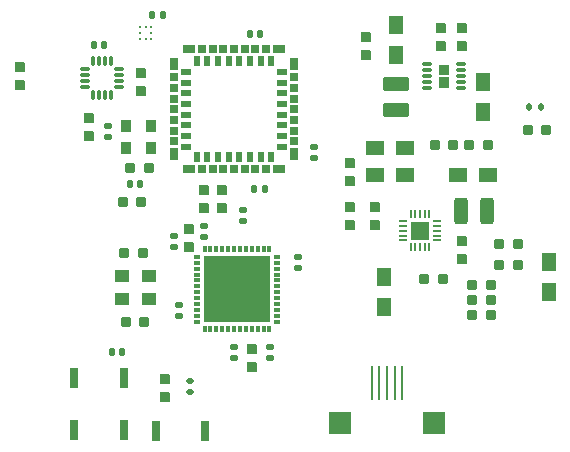
<source format=gtp>
G04 Layer_Color=8421504*
%FSLAX25Y25*%
%MOIN*%
G70*
G01*
G75*
%ADD10R,0.07480X0.07480*%
%ADD11R,0.00984X0.11811*%
G04:AMPARAMS|DCode=12|XSize=34.25mil|YSize=35.83mil|CornerRadius=8.73mil|HoleSize=0mil|Usage=FLASHONLY|Rotation=180.000|XOffset=0mil|YOffset=0mil|HoleType=Round|Shape=RoundedRectangle|*
%AMROUNDEDRECTD12*
21,1,0.03425,0.01836,0,0,180.0*
21,1,0.01678,0.03583,0,0,180.0*
1,1,0.01747,-0.00839,0.00918*
1,1,0.01747,0.00839,0.00918*
1,1,0.01747,0.00839,-0.00918*
1,1,0.01747,-0.00839,-0.00918*
%
%ADD12ROUNDEDRECTD12*%
%ADD13R,0.05000X0.06000*%
G04:AMPARAMS|DCode=14|XSize=20.08mil|YSize=23.62mil|CornerRadius=5.12mil|HoleSize=0mil|Usage=FLASHONLY|Rotation=180.000|XOffset=0mil|YOffset=0mil|HoleType=Round|Shape=RoundedRectangle|*
%AMROUNDEDRECTD14*
21,1,0.02008,0.01338,0,0,180.0*
21,1,0.00984,0.02362,0,0,180.0*
1,1,0.01024,-0.00492,0.00669*
1,1,0.01024,0.00492,0.00669*
1,1,0.01024,0.00492,-0.00669*
1,1,0.01024,-0.00492,-0.00669*
%
%ADD14ROUNDEDRECTD14*%
G04:AMPARAMS|DCode=15|XSize=20.08mil|YSize=23.62mil|CornerRadius=5.12mil|HoleSize=0mil|Usage=FLASHONLY|Rotation=90.000|XOffset=0mil|YOffset=0mil|HoleType=Round|Shape=RoundedRectangle|*
%AMROUNDEDRECTD15*
21,1,0.02008,0.01338,0,0,90.0*
21,1,0.00984,0.02362,0,0,90.0*
1,1,0.01024,0.00669,0.00492*
1,1,0.01024,0.00669,-0.00492*
1,1,0.01024,-0.00669,-0.00492*
1,1,0.01024,-0.00669,0.00492*
%
%ADD15ROUNDEDRECTD15*%
%ADD16R,0.06000X0.05000*%
G04:AMPARAMS|DCode=17|XSize=34.25mil|YSize=35.83mil|CornerRadius=8.73mil|HoleSize=0mil|Usage=FLASHONLY|Rotation=270.000|XOffset=0mil|YOffset=0mil|HoleType=Round|Shape=RoundedRectangle|*
%AMROUNDEDRECTD17*
21,1,0.03425,0.01836,0,0,270.0*
21,1,0.01678,0.03583,0,0,270.0*
1,1,0.01747,-0.00918,-0.00839*
1,1,0.01747,-0.00918,0.00839*
1,1,0.01747,0.00918,0.00839*
1,1,0.01747,0.00918,-0.00839*
%
%ADD17ROUNDEDRECTD17*%
G04:AMPARAMS|DCode=18|XSize=18.11mil|YSize=24.02mil|CornerRadius=4.71mil|HoleSize=0mil|Usage=FLASHONLY|Rotation=270.000|XOffset=0mil|YOffset=0mil|HoleType=Round|Shape=RoundedRectangle|*
%AMROUNDEDRECTD18*
21,1,0.01811,0.01460,0,0,270.0*
21,1,0.00869,0.02402,0,0,270.0*
1,1,0.00942,-0.00730,-0.00435*
1,1,0.00942,-0.00730,0.00435*
1,1,0.00942,0.00730,0.00435*
1,1,0.00942,0.00730,-0.00435*
%
%ADD18ROUNDEDRECTD18*%
G04:AMPARAMS|DCode=19|XSize=18.11mil|YSize=24.02mil|CornerRadius=4.71mil|HoleSize=0mil|Usage=FLASHONLY|Rotation=180.000|XOffset=0mil|YOffset=0mil|HoleType=Round|Shape=RoundedRectangle|*
%AMROUNDEDRECTD19*
21,1,0.01811,0.01460,0,0,180.0*
21,1,0.00869,0.02402,0,0,180.0*
1,1,0.00942,-0.00435,0.00730*
1,1,0.00942,0.00435,0.00730*
1,1,0.00942,0.00435,-0.00730*
1,1,0.00942,-0.00435,-0.00730*
%
%ADD19ROUNDEDRECTD19*%
G04:AMPARAMS|DCode=20|XSize=46.85mil|YSize=87.4mil|CornerRadius=9.84mil|HoleSize=0mil|Usage=FLASHONLY|Rotation=0.000|XOffset=0mil|YOffset=0mil|HoleType=Round|Shape=RoundedRectangle|*
%AMROUNDEDRECTD20*
21,1,0.04685,0.06772,0,0,0.0*
21,1,0.02717,0.08740,0,0,0.0*
1,1,0.01968,0.01359,-0.03386*
1,1,0.01968,-0.01359,-0.03386*
1,1,0.01968,-0.01359,0.03386*
1,1,0.01968,0.01359,0.03386*
%
%ADD20ROUNDEDRECTD20*%
G04:AMPARAMS|DCode=21|XSize=46.85mil|YSize=87.4mil|CornerRadius=9.84mil|HoleSize=0mil|Usage=FLASHONLY|Rotation=90.000|XOffset=0mil|YOffset=0mil|HoleType=Round|Shape=RoundedRectangle|*
%AMROUNDEDRECTD21*
21,1,0.04685,0.06772,0,0,90.0*
21,1,0.02717,0.08740,0,0,90.0*
1,1,0.01968,0.03386,0.01359*
1,1,0.01968,0.03386,-0.01359*
1,1,0.01968,-0.03386,-0.01359*
1,1,0.01968,-0.03386,0.01359*
%
%ADD21ROUNDEDRECTD21*%
%ADD22R,0.03150X0.06693*%
%ADD23R,0.01181X0.02165*%
%ADD24R,0.02165X0.01181*%
%ADD25R,0.22047X0.22047*%
G04:AMPARAMS|DCode=27|XSize=31.89mil|YSize=10.24mil|CornerRadius=2.76mil|HoleSize=0mil|Usage=FLASHONLY|Rotation=0.000|XOffset=0mil|YOffset=0mil|HoleType=Round|Shape=RoundedRectangle|*
%AMROUNDEDRECTD27*
21,1,0.03189,0.00471,0,0,0.0*
21,1,0.02636,0.01024,0,0,0.0*
1,1,0.00553,0.01318,-0.00235*
1,1,0.00553,-0.01318,-0.00235*
1,1,0.00553,-0.01318,0.00235*
1,1,0.00553,0.01318,0.00235*
%
%ADD27ROUNDEDRECTD27*%
%ADD28R,0.05118X0.04134*%
%ADD29R,0.03543X0.03937*%
%ADD30R,0.06496X0.06496*%
%ADD31R,0.00787X0.02756*%
%ADD32R,0.02756X0.00787*%
%ADD33R,0.02559X0.04331*%
%ADD34R,0.02559X0.02559*%
%ADD35R,0.04331X0.02559*%
%ADD36R,0.02559X0.02559*%
%ADD37R,0.03307X0.01969*%
%ADD38R,0.01969X0.03307*%
%ADD39C,0.01181*%
G04:AMPARAMS|DCode=40|XSize=33.86mil|YSize=11.02mil|CornerRadius=2.76mil|HoleSize=0mil|Usage=FLASHONLY|Rotation=90.000|XOffset=0mil|YOffset=0mil|HoleType=Round|Shape=RoundedRectangle|*
%AMROUNDEDRECTD40*
21,1,0.03386,0.00551,0,0,90.0*
21,1,0.02835,0.01102,0,0,90.0*
1,1,0.00551,0.00276,0.01417*
1,1,0.00551,0.00276,-0.01417*
1,1,0.00551,-0.00276,-0.01417*
1,1,0.00551,-0.00276,0.01417*
%
%ADD40ROUNDEDRECTD40*%
G04:AMPARAMS|DCode=41|XSize=33.86mil|YSize=11.02mil|CornerRadius=2.76mil|HoleSize=0mil|Usage=FLASHONLY|Rotation=180.000|XOffset=0mil|YOffset=0mil|HoleType=Round|Shape=RoundedRectangle|*
%AMROUNDEDRECTD41*
21,1,0.03386,0.00551,0,0,180.0*
21,1,0.02835,0.01102,0,0,180.0*
1,1,0.00551,-0.01417,0.00276*
1,1,0.00551,0.01417,0.00276*
1,1,0.00551,0.01417,-0.00276*
1,1,0.00551,-0.01417,-0.00276*
%
%ADD41ROUNDEDRECTD41*%
G36*
X153772Y127535D02*
X150228D01*
Y131078D01*
X153772D01*
Y127535D01*
D02*
G37*
G36*
Y123322D02*
X150228D01*
Y126865D01*
X153772D01*
Y123322D01*
D02*
G37*
D10*
X148551Y11665D02*
D03*
X117449D02*
D03*
D11*
X138118Y24885D02*
D03*
X135559D02*
D03*
X133000D02*
D03*
X130441D02*
D03*
X127882D02*
D03*
D12*
X45968Y45200D02*
D03*
X52031D02*
D03*
X51531Y68200D02*
D03*
X45469D02*
D03*
X51032Y85200D02*
D03*
X44969D02*
D03*
X167532Y52700D02*
D03*
X161469D02*
D03*
X186031Y109200D02*
D03*
X179969D02*
D03*
X47469Y96700D02*
D03*
X53531D02*
D03*
X155032Y104200D02*
D03*
X148969D02*
D03*
X166532D02*
D03*
X160468D02*
D03*
X145468Y59700D02*
D03*
X151532D02*
D03*
X170468Y71200D02*
D03*
X176532D02*
D03*
X161469Y47700D02*
D03*
X167532D02*
D03*
X176532Y64200D02*
D03*
X170468D02*
D03*
X167532Y57700D02*
D03*
X161469D02*
D03*
D13*
X165000Y115200D02*
D03*
Y125200D02*
D03*
X136000Y144200D02*
D03*
Y134200D02*
D03*
X132000Y50200D02*
D03*
Y60200D02*
D03*
X187000Y65200D02*
D03*
Y55200D02*
D03*
D14*
X88689Y89700D02*
D03*
X92311D02*
D03*
X90811Y141200D02*
D03*
X87189D02*
D03*
X54689Y147700D02*
D03*
X58311D02*
D03*
X44811Y35200D02*
D03*
X41189D02*
D03*
X47189Y91200D02*
D03*
X50811D02*
D03*
X38811Y137700D02*
D03*
X35189D02*
D03*
D15*
X108500Y103511D02*
D03*
Y99889D02*
D03*
X40000Y110511D02*
D03*
Y106889D02*
D03*
X62000Y74011D02*
D03*
Y70389D02*
D03*
X71900Y73689D02*
D03*
Y77311D02*
D03*
X94000Y37011D02*
D03*
Y33389D02*
D03*
X103400Y66911D02*
D03*
Y63289D02*
D03*
X63500Y47389D02*
D03*
Y51011D02*
D03*
X82000Y37011D02*
D03*
Y33389D02*
D03*
X85000Y78889D02*
D03*
Y82511D02*
D03*
D16*
X139000Y94200D02*
D03*
X129000D02*
D03*
X139000Y103200D02*
D03*
X129000D02*
D03*
X156500Y94200D02*
D03*
X166500D02*
D03*
D17*
X158000Y66168D02*
D03*
Y72232D02*
D03*
X67000Y70169D02*
D03*
Y76231D02*
D03*
X88000Y36231D02*
D03*
Y30169D02*
D03*
X126000Y134169D02*
D03*
Y140232D02*
D03*
X72000Y89231D02*
D03*
Y83169D02*
D03*
X120500Y83732D02*
D03*
Y77668D02*
D03*
X129000Y83732D02*
D03*
Y77668D02*
D03*
X120500Y92369D02*
D03*
Y98431D02*
D03*
X78000Y89231D02*
D03*
Y83169D02*
D03*
X59000Y20168D02*
D03*
Y26232D02*
D03*
X151000Y143231D02*
D03*
Y137169D02*
D03*
X158000D02*
D03*
Y143231D02*
D03*
X33500Y113232D02*
D03*
Y107168D02*
D03*
X51000Y128232D02*
D03*
Y122169D02*
D03*
X10500Y130231D02*
D03*
Y124169D02*
D03*
D18*
X67400Y21930D02*
D03*
Y25670D02*
D03*
D19*
X180430Y116900D02*
D03*
X184170D02*
D03*
D20*
X166390Y82200D02*
D03*
X157610D02*
D03*
D21*
X136000Y124590D02*
D03*
Y115810D02*
D03*
D22*
X45268Y26700D02*
D03*
X28732D02*
D03*
X72468Y8900D02*
D03*
X55932D02*
D03*
X45268Y9200D02*
D03*
X28732D02*
D03*
D23*
X72173Y69487D02*
D03*
X74142D02*
D03*
X76110D02*
D03*
X78079D02*
D03*
X80047D02*
D03*
X82016D02*
D03*
X83984D02*
D03*
X85953D02*
D03*
X87921D02*
D03*
X89890D02*
D03*
X91858D02*
D03*
X93827D02*
D03*
Y42913D02*
D03*
X91858D02*
D03*
X89890D02*
D03*
X87921D02*
D03*
X85953D02*
D03*
X83984D02*
D03*
X82016D02*
D03*
X80047D02*
D03*
X78079D02*
D03*
X76110D02*
D03*
X74142D02*
D03*
X72173D02*
D03*
D24*
X96287Y67027D02*
D03*
Y65058D02*
D03*
Y63090D02*
D03*
Y61121D02*
D03*
Y55216D02*
D03*
Y53247D02*
D03*
Y51279D02*
D03*
Y49310D02*
D03*
Y47342D02*
D03*
Y45373D02*
D03*
X69713D02*
D03*
Y47342D02*
D03*
Y49310D02*
D03*
Y51279D02*
D03*
Y53247D02*
D03*
Y55216D02*
D03*
Y57184D02*
D03*
Y59153D02*
D03*
Y61121D02*
D03*
Y63090D02*
D03*
Y65058D02*
D03*
Y67027D02*
D03*
X96287Y59153D02*
D03*
Y57184D02*
D03*
D25*
X83000Y56200D02*
D03*
D27*
X157689Y131137D02*
D03*
Y129168D02*
D03*
Y127200D02*
D03*
Y125232D02*
D03*
Y123263D02*
D03*
X146311D02*
D03*
Y125232D02*
D03*
Y127200D02*
D03*
Y129168D02*
D03*
Y131137D02*
D03*
D28*
X44500Y60700D02*
D03*
X53555D02*
D03*
X44500Y53023D02*
D03*
X53555D02*
D03*
D29*
X46000Y103220D02*
D03*
X54268D02*
D03*
Y110700D02*
D03*
X46000D02*
D03*
D30*
X144000Y75700D02*
D03*
D31*
X142425Y81212D02*
D03*
X140850D02*
D03*
X144000D02*
D03*
X145575D02*
D03*
X147150D02*
D03*
Y70188D02*
D03*
X145575D02*
D03*
X144000D02*
D03*
X142425D02*
D03*
X140850D02*
D03*
D32*
X149512Y78850D02*
D03*
Y77275D02*
D03*
Y75700D02*
D03*
Y74125D02*
D03*
Y72550D02*
D03*
X138488Y72550D02*
D03*
Y74125D02*
D03*
Y75700D02*
D03*
Y77275D02*
D03*
Y78850D02*
D03*
D33*
X62020Y131259D02*
D03*
Y101141D02*
D03*
X101980D02*
D03*
Y131259D02*
D03*
D34*
X62020Y126830D02*
D03*
Y123287D02*
D03*
Y119743D02*
D03*
Y116200D02*
D03*
Y112657D02*
D03*
Y109113D02*
D03*
Y105570D02*
D03*
X101980D02*
D03*
Y109113D02*
D03*
Y112657D02*
D03*
Y116200D02*
D03*
Y119743D02*
D03*
Y123287D02*
D03*
Y126830D02*
D03*
D35*
X97059Y96220D02*
D03*
X66941D02*
D03*
X97059Y136180D02*
D03*
X66941D02*
D03*
D36*
X92630Y96220D02*
D03*
X89087D02*
D03*
X85543D02*
D03*
X82000D02*
D03*
X78457D02*
D03*
X74913D02*
D03*
X71370D02*
D03*
X92630Y136180D02*
D03*
X89087D02*
D03*
X85543D02*
D03*
X82000D02*
D03*
X78457D02*
D03*
X74913D02*
D03*
X71370D02*
D03*
D37*
X65976Y128602D02*
D03*
Y125058D02*
D03*
Y121515D02*
D03*
Y117972D02*
D03*
Y114428D02*
D03*
Y110885D02*
D03*
Y107342D02*
D03*
Y103798D02*
D03*
X98024D02*
D03*
Y107342D02*
D03*
Y110885D02*
D03*
Y114428D02*
D03*
Y117972D02*
D03*
Y121515D02*
D03*
Y125058D02*
D03*
Y128602D02*
D03*
D38*
X69598Y100176D02*
D03*
X73142D02*
D03*
X76685D02*
D03*
X80228D02*
D03*
X83772D02*
D03*
X87315D02*
D03*
X90858D02*
D03*
X94402D02*
D03*
Y132224D02*
D03*
X90858D02*
D03*
X87315D02*
D03*
X83772D02*
D03*
X80228D02*
D03*
X76685D02*
D03*
X73142D02*
D03*
X69598D02*
D03*
D39*
X50532Y141700D02*
D03*
Y139732D02*
D03*
X52500D02*
D03*
X54469D02*
D03*
Y141700D02*
D03*
Y143668D02*
D03*
X52500D02*
D03*
X50532D02*
D03*
D40*
X40953Y132330D02*
D03*
X38984D02*
D03*
X37016D02*
D03*
X35047D02*
D03*
Y121070D02*
D03*
X37016D02*
D03*
X38984D02*
D03*
X40953D02*
D03*
D41*
X32370Y129653D02*
D03*
Y127684D02*
D03*
Y125716D02*
D03*
Y123747D02*
D03*
X43630D02*
D03*
Y125716D02*
D03*
Y127684D02*
D03*
Y129653D02*
D03*
M02*

</source>
